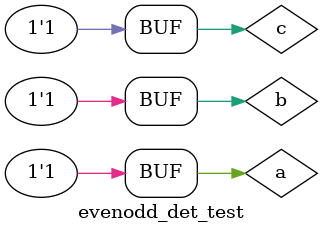
<source format=sv>
module evenodd_det_test;
  reg a,b,c;
  wire o,e;
  evenodd_det dut (a,b,c,o,e);
  initial begin
         a = 1'b0; b = 1'b0;  c = 1'b0;
     #10 a = 1'b0; b = 1'b0;  c = 1'b1;
     #10 a = 1'b0; b = 1'b1;  c = 1'b0;
     #10 a = 1'b0; b = 1'b1;  c = 1'b1;
     #10 a = 1'b1; b = 1'b0;  c = 1'b0;
     #10 a = 1'b1; b = 1'b0;  c = 1'b1;
     #10 a = 1'b1; b = 1'b1;  c = 1'b0;
     #10 a = 1'b1; b = 1'b1;  c = 1'b1;
  end
  initial begin
    $monitor("simtime = %0t, a = %b, b = %b, c = %b, o = %b, e = %b ",$time,a,b,c,o,e);
  end
  initial begin
    $dumpfile("dump.vcd");
    $dumpvars(0,a,b,c,o,e);
  end
endmodule
</source>
